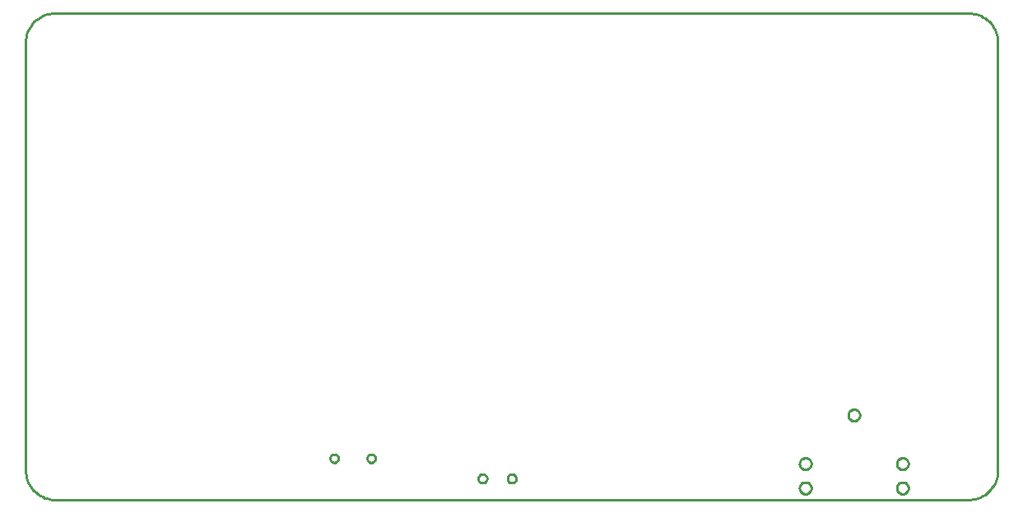
<source format=gbr>
G04 EAGLE Gerber RS-274X export*
G75*
%MOMM*%
%FSLAX34Y34*%
%LPD*%
%IN*%
%IPPOS*%
%AMOC8*
5,1,8,0,0,1.08239X$1,22.5*%
G01*
%ADD10C,0.254000*%


D10*
X0Y30000D02*
X114Y27385D01*
X456Y24791D01*
X1022Y22235D01*
X1809Y19739D01*
X2811Y17321D01*
X4019Y15000D01*
X5425Y12793D01*
X7019Y10716D01*
X8787Y8787D01*
X10716Y7019D01*
X12793Y5425D01*
X15000Y4019D01*
X17321Y2811D01*
X19739Y1809D01*
X22235Y1022D01*
X24791Y456D01*
X27385Y114D01*
X30000Y0D01*
X970000Y0D01*
X972029Y68D01*
X974630Y359D01*
X977196Y875D01*
X979707Y1612D01*
X982144Y2566D01*
X984489Y3729D01*
X986724Y5091D01*
X988832Y6643D01*
X990796Y8373D01*
X992602Y10267D01*
X994236Y12312D01*
X995685Y14491D01*
X996939Y16789D01*
X997989Y19186D01*
X998825Y21667D01*
X999442Y24210D01*
X999834Y26798D01*
X1000000Y29410D01*
X1000000Y470590D01*
X999861Y473178D01*
X999498Y475744D01*
X998911Y478268D01*
X998108Y480732D01*
X997092Y483116D01*
X995873Y485403D01*
X994459Y487575D01*
X992861Y489615D01*
X991091Y491508D01*
X989163Y493240D01*
X987091Y494797D01*
X984892Y496168D01*
X982582Y497342D01*
X980178Y498309D01*
X977698Y499064D01*
X975163Y499600D01*
X972590Y499913D01*
X970000Y500000D01*
X30000Y500000D01*
X27385Y499886D01*
X24791Y499544D01*
X22235Y498978D01*
X19739Y498191D01*
X17321Y497189D01*
X15000Y495981D01*
X12793Y494575D01*
X10716Y492981D01*
X8787Y491213D01*
X7019Y489284D01*
X5425Y487207D01*
X4019Y485000D01*
X2811Y482679D01*
X1809Y480261D01*
X1022Y477765D01*
X456Y475209D01*
X114Y472615D01*
X0Y470000D01*
X0Y30000D01*
X474640Y21885D02*
X474563Y22470D01*
X474410Y23040D01*
X474185Y23585D01*
X473890Y24095D01*
X473531Y24563D01*
X473113Y24981D01*
X472645Y25340D01*
X472135Y25635D01*
X471590Y25860D01*
X471020Y26013D01*
X470435Y26090D01*
X469845Y26090D01*
X469260Y26013D01*
X468690Y25860D01*
X468145Y25635D01*
X467635Y25340D01*
X467167Y24981D01*
X466749Y24563D01*
X466390Y24095D01*
X466095Y23585D01*
X465870Y23040D01*
X465717Y22470D01*
X465640Y21885D01*
X465640Y21295D01*
X465717Y20710D01*
X465870Y20140D01*
X466095Y19595D01*
X466390Y19085D01*
X466749Y18617D01*
X467167Y18199D01*
X467635Y17840D01*
X468145Y17545D01*
X468690Y17320D01*
X469260Y17167D01*
X469845Y17090D01*
X470435Y17090D01*
X471020Y17167D01*
X471590Y17320D01*
X472135Y17545D01*
X472645Y17840D01*
X473113Y18199D01*
X473531Y18617D01*
X473890Y19085D01*
X474185Y19595D01*
X474410Y20140D01*
X474563Y20710D01*
X474640Y21295D01*
X474640Y21885D01*
X504640Y21885D02*
X504563Y22470D01*
X504410Y23040D01*
X504185Y23585D01*
X503890Y24095D01*
X503531Y24563D01*
X503113Y24981D01*
X502645Y25340D01*
X502135Y25635D01*
X501590Y25860D01*
X501020Y26013D01*
X500435Y26090D01*
X499845Y26090D01*
X499260Y26013D01*
X498690Y25860D01*
X498145Y25635D01*
X497635Y25340D01*
X497167Y24981D01*
X496749Y24563D01*
X496390Y24095D01*
X496095Y23585D01*
X495870Y23040D01*
X495717Y22470D01*
X495640Y21885D01*
X495640Y21295D01*
X495717Y20710D01*
X495870Y20140D01*
X496095Y19595D01*
X496390Y19085D01*
X496749Y18617D01*
X497167Y18199D01*
X497635Y17840D01*
X498145Y17545D01*
X498690Y17320D01*
X499260Y17167D01*
X499845Y17090D01*
X500435Y17090D01*
X501020Y17167D01*
X501590Y17320D01*
X502135Y17545D01*
X502645Y17840D01*
X503113Y18199D01*
X503531Y18617D01*
X503890Y19085D01*
X504185Y19595D01*
X504410Y20140D01*
X504563Y20710D01*
X504640Y21295D01*
X504640Y21885D01*
X901833Y42830D02*
X901163Y42755D01*
X900506Y42605D01*
X899870Y42382D01*
X899263Y42090D01*
X898693Y41731D01*
X898166Y41311D01*
X897689Y40834D01*
X897269Y40308D01*
X896910Y39737D01*
X896618Y39130D01*
X896395Y38494D01*
X896245Y37837D01*
X896170Y37167D01*
X896170Y36493D01*
X896245Y35823D01*
X896395Y35166D01*
X896618Y34530D01*
X896910Y33923D01*
X897269Y33353D01*
X897689Y32826D01*
X898166Y32349D01*
X898693Y31929D01*
X899263Y31570D01*
X899870Y31278D01*
X900506Y31055D01*
X901163Y30905D01*
X901833Y30830D01*
X902507Y30830D01*
X903177Y30905D01*
X903834Y31055D01*
X904470Y31278D01*
X905077Y31570D01*
X905648Y31929D01*
X906174Y32349D01*
X906651Y32826D01*
X907071Y33353D01*
X907430Y33923D01*
X907722Y34530D01*
X907945Y35166D01*
X908095Y35823D01*
X908170Y36493D01*
X908170Y37167D01*
X908095Y37837D01*
X907945Y38494D01*
X907722Y39130D01*
X907430Y39737D01*
X907071Y40308D01*
X906651Y40834D01*
X906174Y41311D01*
X905648Y41731D01*
X905077Y42090D01*
X904470Y42382D01*
X903834Y42605D01*
X903177Y42755D01*
X902507Y42830D01*
X901833Y42830D01*
X901833Y17830D02*
X901163Y17755D01*
X900506Y17605D01*
X899870Y17382D01*
X899263Y17090D01*
X898693Y16731D01*
X898166Y16311D01*
X897689Y15834D01*
X897269Y15308D01*
X896910Y14737D01*
X896618Y14130D01*
X896395Y13494D01*
X896245Y12837D01*
X896170Y12167D01*
X896170Y11493D01*
X896245Y10823D01*
X896395Y10166D01*
X896618Y9530D01*
X896910Y8923D01*
X897269Y8353D01*
X897689Y7826D01*
X898166Y7349D01*
X898693Y6929D01*
X899263Y6570D01*
X899870Y6278D01*
X900506Y6055D01*
X901163Y5905D01*
X901833Y5830D01*
X902507Y5830D01*
X903177Y5905D01*
X903834Y6055D01*
X904470Y6278D01*
X905077Y6570D01*
X905648Y6929D01*
X906174Y7349D01*
X906651Y7826D01*
X907071Y8353D01*
X907430Y8923D01*
X907722Y9530D01*
X907945Y10166D01*
X908095Y10823D01*
X908170Y11493D01*
X908170Y12167D01*
X908095Y12837D01*
X907945Y13494D01*
X907722Y14130D01*
X907430Y14737D01*
X907071Y15308D01*
X906651Y15834D01*
X906174Y16311D01*
X905648Y16731D01*
X905077Y17090D01*
X904470Y17382D01*
X903834Y17605D01*
X903177Y17755D01*
X902507Y17830D01*
X901833Y17830D01*
X801833Y17830D02*
X801163Y17755D01*
X800506Y17605D01*
X799870Y17382D01*
X799263Y17090D01*
X798693Y16731D01*
X798166Y16311D01*
X797689Y15834D01*
X797269Y15308D01*
X796910Y14737D01*
X796618Y14130D01*
X796395Y13494D01*
X796245Y12837D01*
X796170Y12167D01*
X796170Y11493D01*
X796245Y10823D01*
X796395Y10166D01*
X796618Y9530D01*
X796910Y8923D01*
X797269Y8353D01*
X797689Y7826D01*
X798166Y7349D01*
X798693Y6929D01*
X799263Y6570D01*
X799870Y6278D01*
X800506Y6055D01*
X801163Y5905D01*
X801833Y5830D01*
X802507Y5830D01*
X803177Y5905D01*
X803834Y6055D01*
X804470Y6278D01*
X805077Y6570D01*
X805648Y6929D01*
X806174Y7349D01*
X806651Y7826D01*
X807071Y8353D01*
X807430Y8923D01*
X807722Y9530D01*
X807945Y10166D01*
X808095Y10823D01*
X808170Y11493D01*
X808170Y12167D01*
X808095Y12837D01*
X807945Y13494D01*
X807722Y14130D01*
X807430Y14737D01*
X807071Y15308D01*
X806651Y15834D01*
X806174Y16311D01*
X805648Y16731D01*
X805077Y17090D01*
X804470Y17382D01*
X803834Y17605D01*
X803177Y17755D01*
X802507Y17830D01*
X801833Y17830D01*
X801833Y42830D02*
X801163Y42755D01*
X800506Y42605D01*
X799870Y42382D01*
X799263Y42090D01*
X798693Y41731D01*
X798166Y41311D01*
X797689Y40834D01*
X797269Y40308D01*
X796910Y39737D01*
X796618Y39130D01*
X796395Y38494D01*
X796245Y37837D01*
X796170Y37167D01*
X796170Y36493D01*
X796245Y35823D01*
X796395Y35166D01*
X796618Y34530D01*
X796910Y33923D01*
X797269Y33353D01*
X797689Y32826D01*
X798166Y32349D01*
X798693Y31929D01*
X799263Y31570D01*
X799870Y31278D01*
X800506Y31055D01*
X801163Y30905D01*
X801833Y30830D01*
X802507Y30830D01*
X803177Y30905D01*
X803834Y31055D01*
X804470Y31278D01*
X805077Y31570D01*
X805648Y31929D01*
X806174Y32349D01*
X806651Y32826D01*
X807071Y33353D01*
X807430Y33923D01*
X807722Y34530D01*
X807945Y35166D01*
X808095Y35823D01*
X808170Y36493D01*
X808170Y37167D01*
X808095Y37837D01*
X807945Y38494D01*
X807722Y39130D01*
X807430Y39737D01*
X807071Y40308D01*
X806651Y40834D01*
X806174Y41311D01*
X805648Y41731D01*
X805077Y42090D01*
X804470Y42382D01*
X803834Y42605D01*
X803177Y42755D01*
X802507Y42830D01*
X801833Y42830D01*
X851833Y92830D02*
X851163Y92755D01*
X850506Y92605D01*
X849870Y92382D01*
X849263Y92090D01*
X848693Y91731D01*
X848166Y91311D01*
X847689Y90834D01*
X847269Y90308D01*
X846910Y89737D01*
X846618Y89130D01*
X846395Y88494D01*
X846245Y87837D01*
X846170Y87167D01*
X846170Y86493D01*
X846245Y85823D01*
X846395Y85166D01*
X846618Y84530D01*
X846910Y83923D01*
X847269Y83353D01*
X847689Y82826D01*
X848166Y82349D01*
X848693Y81929D01*
X849263Y81570D01*
X849870Y81278D01*
X850506Y81055D01*
X851163Y80905D01*
X851833Y80830D01*
X852507Y80830D01*
X853177Y80905D01*
X853834Y81055D01*
X854470Y81278D01*
X855077Y81570D01*
X855648Y81929D01*
X856174Y82349D01*
X856651Y82826D01*
X857071Y83353D01*
X857430Y83923D01*
X857722Y84530D01*
X857945Y85166D01*
X858095Y85823D01*
X858170Y86493D01*
X858170Y87167D01*
X858095Y87837D01*
X857945Y88494D01*
X857722Y89130D01*
X857430Y89737D01*
X857071Y90308D01*
X856651Y90834D01*
X856174Y91311D01*
X855648Y91731D01*
X855077Y92090D01*
X854470Y92382D01*
X853834Y92605D01*
X853177Y92755D01*
X852507Y92830D01*
X851833Y92830D01*
X355271Y46570D02*
X354719Y46497D01*
X354181Y46353D01*
X353666Y46140D01*
X353184Y45861D01*
X352742Y45522D01*
X352348Y45128D01*
X352009Y44686D01*
X351730Y44204D01*
X351517Y43689D01*
X351373Y43151D01*
X351300Y42599D01*
X351300Y42041D01*
X351373Y41489D01*
X351517Y40951D01*
X351730Y40436D01*
X352009Y39954D01*
X352348Y39512D01*
X352742Y39118D01*
X353184Y38779D01*
X353666Y38500D01*
X354181Y38287D01*
X354719Y38143D01*
X355271Y38070D01*
X355829Y38070D01*
X356381Y38143D01*
X356919Y38287D01*
X357434Y38500D01*
X357916Y38779D01*
X358358Y39118D01*
X358752Y39512D01*
X359091Y39954D01*
X359370Y40436D01*
X359583Y40951D01*
X359727Y41489D01*
X359800Y42041D01*
X359800Y42599D01*
X359727Y43151D01*
X359583Y43689D01*
X359370Y44204D01*
X359091Y44686D01*
X358752Y45128D01*
X358358Y45522D01*
X357916Y45861D01*
X357434Y46140D01*
X356919Y46353D01*
X356381Y46497D01*
X355829Y46570D01*
X355271Y46570D01*
X317271Y46570D02*
X316719Y46497D01*
X316181Y46353D01*
X315666Y46140D01*
X315184Y45861D01*
X314742Y45522D01*
X314348Y45128D01*
X314009Y44686D01*
X313730Y44204D01*
X313517Y43689D01*
X313373Y43151D01*
X313300Y42599D01*
X313300Y42041D01*
X313373Y41489D01*
X313517Y40951D01*
X313730Y40436D01*
X314009Y39954D01*
X314348Y39512D01*
X314742Y39118D01*
X315184Y38779D01*
X315666Y38500D01*
X316181Y38287D01*
X316719Y38143D01*
X317271Y38070D01*
X317829Y38070D01*
X318381Y38143D01*
X318919Y38287D01*
X319434Y38500D01*
X319916Y38779D01*
X320358Y39118D01*
X320752Y39512D01*
X321091Y39954D01*
X321370Y40436D01*
X321583Y40951D01*
X321727Y41489D01*
X321800Y42041D01*
X321800Y42599D01*
X321727Y43151D01*
X321583Y43689D01*
X321370Y44204D01*
X321091Y44686D01*
X320752Y45128D01*
X320358Y45522D01*
X319916Y45861D01*
X319434Y46140D01*
X318919Y46353D01*
X318381Y46497D01*
X317829Y46570D01*
X317271Y46570D01*
M02*

</source>
